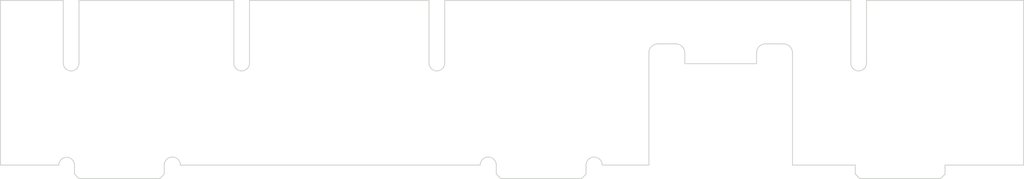
<source format=kicad_pcb>
(kicad_pcb (version 4) (host pcbnew "(2016-01-25 BZR 6514, Git a23e712)-product")

  (general
    (links 0)
    (no_connects 0)
    (area 92.949999 104.849999 207.050001 124.850001)
    (thickness 1.6)
    (drawings 58)
    (tracks 0)
    (zones 0)
    (modules 0)
    (nets 1)
  )

  (page A4)
  (layers
    (0 F.Cu signal)
    (31 B.Cu signal)
    (32 B.Adhes user)
    (33 F.Adhes user)
    (34 B.Paste user)
    (35 F.Paste user)
    (36 B.SilkS user)
    (37 F.SilkS user)
    (38 B.Mask user)
    (39 F.Mask user)
    (40 Dwgs.User user)
    (41 Cmts.User user)
    (42 Eco1.User user)
    (43 Eco2.User user)
    (44 Edge.Cuts user)
    (45 Margin user)
    (46 B.CrtYd user)
    (47 F.CrtYd user)
    (48 B.Fab user)
    (49 F.Fab user)
  )

  (setup
    (last_trace_width 0.25)
    (trace_clearance 0.2)
    (zone_clearance 0.508)
    (zone_45_only no)
    (trace_min 0.2)
    (segment_width 0.2)
    (edge_width 0.1)
    (via_size 0.6)
    (via_drill 0.4)
    (via_min_size 0.4)
    (via_min_drill 0.3)
    (uvia_size 0.3)
    (uvia_drill 0.1)
    (uvias_allowed no)
    (uvia_min_size 0.2)
    (uvia_min_drill 0.1)
    (pcb_text_width 0.3)
    (pcb_text_size 1.5 1.5)
    (mod_edge_width 0.15)
    (mod_text_size 1 1)
    (mod_text_width 0.15)
    (pad_size 1.524 1.524)
    (pad_drill 0.762)
    (pad_to_mask_clearance 0.2)
    (aux_axis_origin 93 123.3)
    (visible_elements FFFFFF7F)
    (pcbplotparams
      (layerselection 0x01000_7ffffffe)
      (usegerberextensions true)
      (excludeedgelayer true)
      (linewidth 0.100000)
      (plotframeref false)
      (viasonmask false)
      (mode 1)
      (useauxorigin true)
      (hpglpennumber 1)
      (hpglpenspeed 20)
      (hpglpendiameter 15)
      (hpglpenoverlay 2)
      (psnegative false)
      (psa4output false)
      (plotreference true)
      (plotvalue true)
      (plotinvisibletext false)
      (padsonsilk false)
      (subtractmaskfromsilk false)
      (outputformat 1)
      (mirror false)
      (drillshape 0)
      (scaleselection 1)
      (outputdirectory Separator-Board-AK-C-C39-v1-gerbers))
  )

  (net 0 "")

  (net_class Default "This is the default net class."
    (clearance 0.2)
    (trace_width 0.25)
    (via_dia 0.6)
    (via_drill 0.4)
    (uvia_dia 0.3)
    (uvia_drill 0.1)
  )

  (gr_arc (start 180.25 110.75) (end 180.25 109.75) (angle 90) (layer Edge.Cuts) (width 0.1) (tstamp 576D171C))
  (gr_arc (start 168.25 110.75) (end 168.25 109.75) (angle 90) (layer Edge.Cuts) (width 0.1) (tstamp 576D1705))
  (gr_arc (start 178.25 110.75) (end 177.25 110.75) (angle 90) (layer Edge.Cuts) (width 0.1) (tstamp 576D16BC))
  (gr_arc (start 166.25 110.75) (end 165.25 110.75) (angle 90) (layer Edge.Cuts) (width 0.1))
  (gr_line (start 166.25 110.75) (end 164.8 110.75) (layer Eco1.User) (width 0.2))
  (gr_line (start 166.25 109.5) (end 166.25 110.75) (layer Eco1.User) (width 0.2))
  (gr_arc (start 159.15 123.3) (end 158.25 123.3) (angle 180) (layer Edge.Cuts) (width 0.1) (tstamp 576D1624))
  (gr_arc (start 147.35 123.3) (end 146.45 123.3) (angle 180) (layer Edge.Cuts) (width 0.1) (tstamp 576D161B))
  (gr_arc (start 112.15 123.3) (end 111.25 123.3) (angle 180) (layer Edge.Cuts) (width 0.1) (tstamp 576D1608))
  (gr_arc (start 100.375 123.3) (end 99.5 123.3) (angle 180) (layer Edge.Cuts) (width 0.1) (tstamp 576D15EC))
  (gr_arc (start 188.625 111.9) (end 189.5 111.9) (angle 180) (layer Edge.Cuts) (width 0.1))
  (gr_arc (start 141.625 111.9) (end 142.5 111.9) (angle 180) (layer Edge.Cuts) (width 0.1))
  (gr_arc (start 119.875 111.9) (end 120.75 111.9) (angle 180) (layer Edge.Cuts) (width 0.1))
  (gr_arc (start 100.875 111.9) (end 101.75 111.9) (angle 180) (layer Edge.Cuts) (width 0.1))
  (gr_line (start 113.05 123.3) (end 146.45 123.3) (layer Edge.Cuts) (width 0.1))
  (gr_line (start 111.25 124.3) (end 111.25 123.3) (layer Edge.Cuts) (width 0.1))
  (gr_line (start 110.75 124.8) (end 111.25 124.3) (layer Edge.Cuts) (width 0.1))
  (gr_line (start 177.25 111.96) (end 177.25 110.75) (layer Edge.Cuts) (width 0.1))
  (gr_line (start 169.25 111.96) (end 177.25 111.96) (layer Edge.Cuts) (width 0.1))
  (gr_line (start 169.25 110.75) (end 169.25 111.96) (layer Edge.Cuts) (width 0.1))
  (gr_line (start 119 111.9) (end 119 104.9) (layer Edge.Cuts) (width 0.1))
  (gr_line (start 120.75 104.9) (end 120.75 111.9) (layer Edge.Cuts) (width 0.1))
  (gr_line (start 140.75 104.9) (end 120.75 104.9) (layer Edge.Cuts) (width 0.1))
  (gr_line (start 140.75 111.9) (end 140.75 104.9) (layer Edge.Cuts) (width 0.1))
  (gr_line (start 100 104.9) (end 93 104.9) (layer Edge.Cuts) (width 0.1))
  (gr_line (start 100 111.9) (end 100 104.9) (layer Edge.Cuts) (width 0.1))
  (gr_line (start 101.75 104.9) (end 101.75 111.9) (layer Edge.Cuts) (width 0.1))
  (gr_line (start 119 104.9) (end 101.75 104.9) (layer Edge.Cuts) (width 0.1))
  (gr_line (start 142.5 104.9) (end 142.5 111.9) (layer Edge.Cuts) (width 0.1))
  (gr_line (start 187.75 104.9) (end 142.5 104.9) (layer Edge.Cuts) (width 0.1))
  (gr_line (start 187.75 111.9) (end 187.75 104.9) (layer Edge.Cuts) (width 0.1))
  (gr_line (start 101.75 124.8) (end 110.75 124.8) (layer Edge.Cuts) (width 0.1))
  (gr_line (start 101.25 124.3) (end 101.75 124.8) (layer Edge.Cuts) (width 0.1))
  (gr_line (start 101.25 123.3) (end 101.25 124.3) (layer Edge.Cuts) (width 0.1))
  (gr_line (start 93 123.3) (end 99.5 123.3) (layer Edge.Cuts) (width 0.1))
  (gr_line (start 189.5 104.9) (end 189.5 111.9) (layer Edge.Cuts) (width 0.1))
  (gr_line (start 207 104.9) (end 189.5 104.9) (layer Edge.Cuts) (width 0.1))
  (gr_line (start 207 123.3) (end 207 104.9) (layer Edge.Cuts) (width 0.1))
  (gr_line (start 200 123.3) (end 207 123.3) (layer Edge.Cuts) (width 0.1))
  (gr_line (start 198.25 123.3) (end 200 123.3) (layer Edge.Cuts) (width 0.1))
  (gr_line (start 186.5 123.3) (end 188.25 123.3) (layer Edge.Cuts) (width 0.1))
  (gr_line (start 181.25 123.3) (end 186.5 123.3) (layer Edge.Cuts) (width 0.1))
  (gr_line (start 181.25 110.75) (end 181.25 123.3) (layer Edge.Cuts) (width 0.1))
  (gr_line (start 178.25 109.75) (end 180.249999 109.75) (layer Edge.Cuts) (width 0.1))
  (gr_line (start 166.25 109.75) (end 168.25 109.75) (layer Edge.Cuts) (width 0.1))
  (gr_line (start 165.25 123.3) (end 165.25 110.75) (layer Edge.Cuts) (width 0.1))
  (gr_line (start 160.05 123.3) (end 165.25 123.3) (layer Edge.Cuts) (width 0.1))
  (gr_line (start 198.25 124.3) (end 198.25 123.3) (layer Edge.Cuts) (width 0.1))
  (gr_line (start 197.75 124.8) (end 198.25 124.3) (layer Edge.Cuts) (width 0.1))
  (gr_line (start 188.75 124.8) (end 197.75 124.8) (layer Edge.Cuts) (width 0.1))
  (gr_line (start 188.25 124.3) (end 188.75 124.8) (layer Edge.Cuts) (width 0.1))
  (gr_line (start 188.25 123.3) (end 188.25 124.3) (layer Edge.Cuts) (width 0.1))
  (gr_line (start 158.25 124.3) (end 158.25 123.3) (layer Edge.Cuts) (width 0.1))
  (gr_line (start 157.75 124.8) (end 158.25 124.3) (layer Edge.Cuts) (width 0.1))
  (gr_line (start 148.75 124.8) (end 157.75 124.8) (layer Edge.Cuts) (width 0.1))
  (gr_line (start 148.25 124.3) (end 148.75 124.8) (layer Edge.Cuts) (width 0.1))
  (gr_line (start 148.25 123.3) (end 148.25 124.3) (layer Edge.Cuts) (width 0.1))
  (gr_line (start 93 104.9) (end 93 123.3) (layer Edge.Cuts) (width 0.1))

)

</source>
